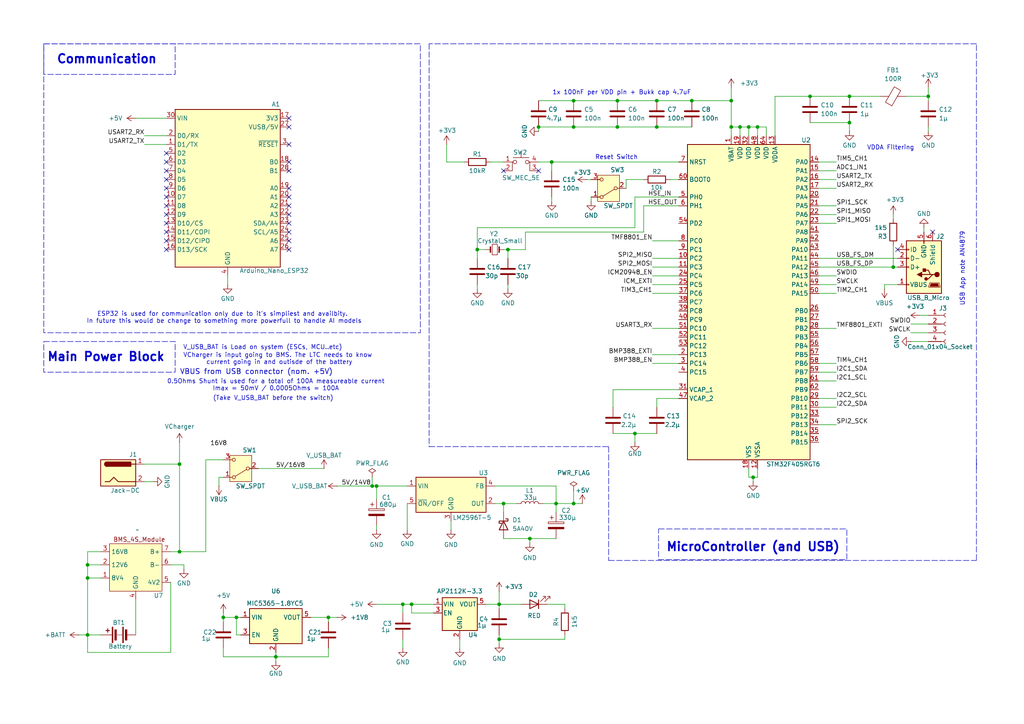
<source format=kicad_sch>
(kicad_sch (version 20250114) (generator "eeschema") (generator_version "9.0")
  (paper "A4")
  (rectangle (start 191.008 153.416) (end 245.618 162.306) (stroke (width 0) (type dash)))
  (rectangle (start 12.7 12.7) (end 50.8 21.59) (stroke (width 0) (type dash)))
  (rectangle (start 12.7 99.06) (end 50.8 107.95) (stroke (width 0) (type dash)))
  (rectangle (start 12.7 12.7) (end 121.92 96.52) (stroke (width 0) (type dash)))
  (text "Communication\n" (at 30.988 17.272 0) (effects (font (size 2.5 2.5) (thickness 0.5) (bold yes))))
  (text "1x 100nF per VDD pin + Bukk cap 4.7uF\n" (at 180.34 26.924 0) (effects (font (size 1.27 1.27) (thickness 0.1588))))
  (text "VCharger is input going to BMS. The LTC needs to know \ncurrent going in and outisde of the battery\n" (at 81.026 104.14 0) (effects (font (size 1.27 1.27))))
  (text "Reset Switch\n" (at 178.816 45.72 0) (effects (font (size 1.27 1.27) (thickness 0.1588))))
  (text "V_USB_BAT is Load on system (ESCs, MCU..etc)" (at 76.2 100.838 0) (effects (font (size 1.27 1.27))))
  (text "0.5Ohms Shunt is used for a total of 100A measureable current\nImax = 50mV / 0.0005Ohms = 100A" (at 80.01 111.76 0) (effects (font (size 1.27 1.27))))
  (text "USB App note AN4879\n" (at 279.146 77.978 90) (effects (font (size 1.27 1.27) (thickness 0.1588))))
  (text "(Take V_USB_BAT before the switch)" (at 79.248 115.57 0) (effects (font (size 1.27 1.27))))
  (text "VBUS from USB connector (nom. +5V) " (at 74.93 107.95 0) (effects (font (size 1.5 1.5) (thickness 0.1875))))
  (text "Main Power Block" (at 30.734 103.632 0) (effects (font (size 2.5 2.5) (thickness 0.5) (bold yes))))
  (text "ESP32 is used for communication only due to it's simpliest and availbity. \nIn future this would be change to something more powerfull to handle AI models" (at 65.024 92.202 0) (effects (font (size 1.27 1.27))))
  (text "VDDA Filtering\n" (at 258.318 42.926 0) (effects (font (size 1.27 1.27) (thickness 0.1588))))
  (text "MicroController (and USB)\n" (at 218.44 158.75 0) (effects (font (size 2.5 2.5) (thickness 0.5) (bold yes))))
  (junction (at 25.4 167.64))
  (junction (at 190.5 29.21))
  (junction (at 179.07 29.21))
  (junction (at 200.66 29.21))
  (junction (at 138.43 72.39))
  (junction (at 119.38 175.26))
  (junction (at 146.05 146.05))
  (junction (at 95.25 179.07))
  (junction (at 156.21 36.83))
  (junction (at 144.78 175.26))
  (junction (at 269.24 27.94))
  (junction (at 144.78 185.42))
  (junction (at 160.02 46.99))
  (junction (at 166.37 36.83))
  (junction (at 68.58 179.07))
  (junction (at 179.07 36.83))
  (junction (at 214.63 36.83))
  (junction (at 161.29 146.05))
  (junction (at 246.38 27.94))
  (junction (at 219.71 36.83))
  (junction (at 212.09 36.83))
  (junction (at 147.32 72.39))
  (junction (at 116.84 175.26))
  (junction (at 184.15 125.73))
  (junction (at 109.22 140.97))
  (junction (at 190.5 36.83))
  (junction (at 25.4 184.15))
  (junction (at 234.95 27.94))
  (junction (at 246.38 35.56))
  (junction (at 259.08 77.47))
  (junction (at 212.09 29.21))
  (junction (at 107.95 140.97))
  (junction (at 52.07 134.62))
  (junction (at 153.67 156.21))
  (junction (at 25.4 163.83))
  (junction (at 80.01 190.5))
  (junction (at 217.17 36.83))
  (junction (at 64.77 179.07))
  (junction (at 166.37 29.21))
  (junction (at 166.37 146.05))
  (junction (at 218.44 138.43))
  (junction (at 52.07 160.02))
  (no_connect (at 83.82 41.91))
  (no_connect (at 48.26 46.99))
  (no_connect (at 48.26 59.69))
  (no_connect (at 48.26 62.23))
  (no_connect (at 83.82 54.61))
  (no_connect (at 48.26 54.61))
  (no_connect (at 48.26 72.39))
  (no_connect (at 83.82 64.77))
  (no_connect (at 83.82 67.31))
  (no_connect (at 83.82 49.53))
  (no_connect (at 48.26 64.77))
  (no_connect (at 48.26 69.85))
  (no_connect (at 270.51 67.31))
  (no_connect (at 48.26 57.15))
  (no_connect (at 83.82 46.99))
  (no_connect (at 156.21 49.53))
  (no_connect (at 48.26 67.31))
  (no_connect (at 83.82 72.39))
  (no_connect (at 48.26 49.53))
  (no_connect (at 48.26 52.07))
  (no_connect (at 83.82 59.69))
  (no_connect (at 83.82 62.23))
  (no_connect (at 83.82 36.83))
  (no_connect (at 48.26 44.45))
  (no_connect (at 83.82 34.29))
  (no_connect (at 83.82 57.15))
  (no_connect (at 83.82 69.85))
  (no_connect (at 260.35 72.39))
  (no_connect (at 146.05 49.53))
  (wire (pts (xy 119.38 175.26) (xy 125.73 175.26)))
  (wire (pts (xy 186.69 59.69) (xy 196.85 59.69)))
  (wire (pts (xy 25.4 163.83) (xy 25.4 160.02)))
  (wire (pts (xy 95.25 179.07) (xy 95.25 180.34)))
  (wire (pts (xy 189.23 77.47) (xy 196.85 77.47)))
  (wire (pts (xy 64.77 180.34) (xy 64.77 179.07)))
  (wire (pts (xy 138.43 72.39) (xy 140.97 72.39)))
  (wire (pts (xy 237.49 59.69) (xy 242.57 59.69)))
  (wire (pts (xy 179.07 29.21) (xy 190.5 29.21)))
  (wire (pts (xy 107.95 138.43) (xy 107.95 140.97)))
  (wire (pts (xy 80.01 190.5) (xy 95.25 190.5)))
  (wire (pts (xy 130.81 151.13) (xy 130.81 153.67)))
  (wire (pts (xy 181.61 52.07) (xy 186.69 52.07)))
  (wire (pts (xy 109.22 152.4) (xy 109.22 153.67)))
  (polyline (pts (xy 124.46 129.54) (xy 176.53 129.54)) (stroke (width 0) (type dash)))
  (wire (pts (xy 64.77 177.8) (xy 64.77 179.07)))
  (wire (pts (xy 160.02 57.15) (xy 160.02 58.42)))
  (polyline (pts (xy 176.53 162.56) (xy 283.21 162.56)) (stroke (width 0) (type dash)))
  (wire (pts (xy 29.21 184.15) (xy 25.4 184.15)))
  (wire (pts (xy 190.5 29.21) (xy 200.66 29.21)))
  (wire (pts (xy 219.71 39.37) (xy 219.71 36.83)))
  (wire (pts (xy 237.49 123.19) (xy 242.57 123.19)))
  (wire (pts (xy 196.85 113.03) (xy 177.8 113.03)))
  (wire (pts (xy 237.49 105.41) (xy 242.57 105.41)))
  (wire (pts (xy 256.54 82.55) (xy 260.35 82.55)))
  (wire (pts (xy 189.23 82.55) (xy 196.85 82.55)))
  (wire (pts (xy 259.08 62.23) (xy 259.08 63.5)))
  (wire (pts (xy 97.79 179.07) (xy 95.25 179.07)))
  (wire (pts (xy 269.24 25.4) (xy 269.24 27.94)))
  (wire (pts (xy 161.29 146.05) (xy 166.37 146.05)))
  (wire (pts (xy 41.91 139.7) (xy 44.45 139.7)))
  (wire (pts (xy 129.54 46.99) (xy 134.62 46.99)))
  (wire (pts (xy 163.83 185.42) (xy 144.78 185.42)))
  (wire (pts (xy 186.69 67.31) (xy 152.4 67.31)))
  (wire (pts (xy 64.77 138.43) (xy 63.5 138.43)))
  (wire (pts (xy 189.23 105.41) (xy 196.85 105.41)))
  (wire (pts (xy 189.23 80.01) (xy 196.85 80.01)))
  (wire (pts (xy 59.69 160.02) (xy 59.69 133.35)))
  (wire (pts (xy 184.15 66.04) (xy 138.43 66.04)))
  (wire (pts (xy 217.17 36.83) (xy 214.63 36.83)))
  (wire (pts (xy 68.58 179.07) (xy 68.58 184.15)))
  (wire (pts (xy 170.18 52.07) (xy 171.45 52.07)))
  (wire (pts (xy 267.97 66.04) (xy 267.97 67.31)))
  (wire (pts (xy 95.25 187.96) (xy 95.25 190.5)))
  (wire (pts (xy 158.75 175.26) (xy 163.83 175.26)))
  (wire (pts (xy 29.21 163.83) (xy 25.4 163.83)))
  (wire (pts (xy 181.61 54.61) (xy 181.61 52.07)))
  (wire (pts (xy 237.49 118.11) (xy 242.57 118.11)))
  (wire (pts (xy 68.58 184.15) (xy 69.85 184.15)))
  (wire (pts (xy 66.04 80.01) (xy 66.04 82.55)))
  (wire (pts (xy 266.7 91.44) (xy 269.24 91.44)))
  (wire (pts (xy 146.05 146.05) (xy 149.86 146.05)))
  (wire (pts (xy 118.11 146.05) (xy 118.11 153.67)))
  (wire (pts (xy 144.78 175.26) (xy 151.13 175.26)))
  (wire (pts (xy 80.01 190.5) (xy 64.77 190.5)))
  (wire (pts (xy 119.38 177.8) (xy 119.38 175.26)))
  (wire (pts (xy 184.15 57.15) (xy 196.85 57.15)))
  (wire (pts (xy 219.71 36.83) (xy 222.25 36.83)))
  (wire (pts (xy 179.07 36.83) (xy 190.5 36.83)))
  (wire (pts (xy 140.97 175.26) (xy 144.78 175.26)))
  (polyline (pts (xy 283.21 135.89) (xy 283.21 12.7)) (stroke (width 0) (type dash)))
  (wire (pts (xy 212.09 39.37) (xy 212.09 36.83)))
  (wire (pts (xy 237.49 77.47) (xy 259.08 77.47)))
  (wire (pts (xy 237.49 46.99) (xy 242.57 46.99)))
  (wire (pts (xy 237.49 107.95) (xy 242.57 107.95)))
  (wire (pts (xy 161.29 148.59) (xy 161.29 146.05)))
  (wire (pts (xy 138.43 72.39) (xy 138.43 74.93)))
  (wire (pts (xy 143.51 146.05) (xy 146.05 146.05)))
  (wire (pts (xy 246.38 27.94) (xy 255.27 27.94)))
  (wire (pts (xy 144.78 185.42) (xy 144.78 186.69)))
  (wire (pts (xy 25.4 163.83) (xy 25.4 167.64)))
  (wire (pts (xy 177.8 125.73) (xy 184.15 125.73)))
  (wire (pts (xy 234.95 27.94) (xy 246.38 27.94)))
  (wire (pts (xy 157.48 146.05) (xy 161.29 146.05)))
  (wire (pts (xy 153.67 156.21) (xy 161.29 156.21)))
  (polyline (pts (xy 176.53 129.54) (xy 176.53 162.56)) (stroke (width 0) (type dash)))
  (wire (pts (xy 125.73 177.8) (xy 119.38 177.8)))
  (wire (pts (xy 171.45 57.15) (xy 171.45 58.42)))
  (wire (pts (xy 237.49 74.93) (xy 260.35 74.93)))
  (wire (pts (xy 39.37 34.29) (xy 48.26 34.29)))
  (wire (pts (xy 237.49 110.49) (xy 242.57 110.49)))
  (wire (pts (xy 74.93 135.89) (xy 93.98 135.89)))
  (wire (pts (xy 237.49 95.25) (xy 242.57 95.25)))
  (polyline (pts (xy 283.21 12.7) (xy 124.46 12.7)) (stroke (width 0) (type dash)))
  (wire (pts (xy 142.24 46.99) (xy 146.05 46.99)))
  (wire (pts (xy 116.84 175.26) (xy 119.38 175.26)))
  (wire (pts (xy 59.69 133.35) (xy 64.77 133.35)))
  (wire (pts (xy 107.95 140.97) (xy 109.22 140.97)))
  (wire (pts (xy 214.63 36.83) (xy 214.63 39.37)))
  (wire (pts (xy 138.43 66.04) (xy 138.43 72.39)))
  (wire (pts (xy 234.95 35.56) (xy 246.38 35.56)))
  (wire (pts (xy 212.09 25.4) (xy 212.09 29.21)))
  (wire (pts (xy 116.84 187.96) (xy 116.84 185.42)))
  (wire (pts (xy 64.77 190.5) (xy 64.77 187.96)))
  (wire (pts (xy 196.85 115.57) (xy 190.5 115.57)))
  (wire (pts (xy 116.84 175.26) (xy 116.84 177.8)))
  (wire (pts (xy 146.05 146.05) (xy 146.05 148.59)))
  (wire (pts (xy 52.07 128.27) (xy 52.07 134.62)))
  (wire (pts (xy 163.83 184.15) (xy 163.83 185.42)))
  (wire (pts (xy 189.23 102.87) (xy 196.85 102.87)))
  (wire (pts (xy 189.23 85.09) (xy 196.85 85.09)))
  (wire (pts (xy 190.5 115.57) (xy 190.5 118.11)))
  (wire (pts (xy 217.17 39.37) (xy 217.17 36.83)))
  (wire (pts (xy 194.31 52.07) (xy 196.85 52.07)))
  (wire (pts (xy 218.44 138.43) (xy 218.44 139.7)))
  (wire (pts (xy 129.54 41.91) (xy 129.54 46.99)))
  (wire (pts (xy 224.79 27.94) (xy 224.79 39.37)))
  (wire (pts (xy 264.16 93.98) (xy 269.24 93.98)))
  (wire (pts (xy 156.21 29.21) (xy 166.37 29.21)))
  (wire (pts (xy 189.23 69.85) (xy 196.85 69.85)))
  (wire (pts (xy 166.37 142.24) (xy 166.37 146.05)))
  (wire (pts (xy 189.23 95.25) (xy 196.85 95.25)))
  (wire (pts (xy 80.01 190.5) (xy 80.01 191.77)))
  (wire (pts (xy 133.35 185.42) (xy 133.35 187.96)))
  (wire (pts (xy 160.02 46.99) (xy 156.21 46.99)))
  (wire (pts (xy 152.4 72.39) (xy 147.32 72.39)))
  (wire (pts (xy 259.08 71.12) (xy 259.08 77.47)))
  (wire (pts (xy 25.4 167.64) (xy 25.4 184.15)))
  (wire (pts (xy 264.16 96.52) (xy 269.24 96.52)))
  (wire (pts (xy 161.29 146.05) (xy 161.29 140.97)))
  (wire (pts (xy 269.24 27.94) (xy 262.89 27.94)))
  (wire (pts (xy 25.4 167.64) (xy 29.21 167.64)))
  (wire (pts (xy 166.37 36.83) (xy 179.07 36.83)))
  (wire (pts (xy 177.8 113.03) (xy 177.8 118.11)))
  (wire (pts (xy 144.78 171.45) (xy 144.78 175.26)))
  (wire (pts (xy 52.07 160.02) (xy 49.53 160.02)))
  (wire (pts (xy 156.21 36.83) (xy 166.37 36.83)))
  (wire (pts (xy 237.49 64.77) (xy 242.57 64.77)))
  (wire (pts (xy 97.79 140.97) (xy 107.95 140.97)))
  (wire (pts (xy 53.34 163.83) (xy 49.53 163.83)))
  (wire (pts (xy 22.86 184.15) (xy 25.4 184.15)))
  (wire (pts (xy 147.32 72.39) (xy 146.05 72.39)))
  (wire (pts (xy 269.24 36.83) (xy 269.24 38.1)))
  (wire (pts (xy 68.58 179.07) (xy 69.85 179.07)))
  (wire (pts (xy 160.02 46.99) (xy 160.02 49.53)))
  (wire (pts (xy 146.05 156.21) (xy 153.67 156.21)))
  (wire (pts (xy 212.09 29.21) (xy 212.09 36.83)))
  (wire (pts (xy 219.71 135.89) (xy 219.71 138.43)))
  (wire (pts (xy 109.22 140.97) (xy 109.22 144.78)))
  (wire (pts (xy 52.07 134.62) (xy 41.91 134.62)))
  (wire (pts (xy 25.4 160.02) (xy 29.21 160.02)))
  (wire (pts (xy 160.02 46.99) (xy 196.85 46.99)))
  (wire (pts (xy 264.16 99.06) (xy 269.24 99.06)))
  (wire (pts (xy 39.37 173.99) (xy 39.37 184.15)))
  (wire (pts (xy 52.07 160.02) (xy 52.07 134.62)))
  (wire (pts (xy 52.07 160.02) (xy 59.69 160.02)))
  (wire (pts (xy 237.49 52.07) (xy 242.57 52.07)))
  (wire (pts (xy 64.77 179.07) (xy 68.58 179.07)))
  (wire (pts (xy 224.79 27.94) (xy 234.95 27.94)))
  (wire (pts (xy 237.49 85.09) (xy 242.57 85.09)))
  (wire (pts (xy 53.34 165.1) (xy 53.34 163.83)))
  (wire (pts (xy 41.91 41.91) (xy 48.26 41.91)))
  (wire (pts (xy 144.78 184.15) (xy 144.78 185.42)))
  (wire (pts (xy 218.44 138.43) (xy 217.17 138.43)))
  (wire (pts (xy 237.49 49.53) (xy 242.57 49.53)))
  (wire (pts (xy 237.49 80.01) (xy 242.57 80.01)))
  (polyline (pts (xy 124.46 12.7) (xy 124.46 129.54)) (stroke (width 0) (type dash)))
  (wire (pts (xy 217.17 138.43) (xy 217.17 135.89)))
  (wire (pts (xy 166.37 146.05) (xy 168.91 146.05)))
  (wire (pts (xy 212.09 29.21) (xy 200.66 29.21)))
  (wire (pts (xy 219.71 138.43) (xy 218.44 138.43)))
  (wire (pts (xy 80.01 189.23) (xy 80.01 190.5)))
  (wire (pts (xy 163.83 175.26) (xy 163.83 176.53)))
  (wire (pts (xy 256.54 83.82) (xy 256.54 82.55)))
  (wire (pts (xy 259.08 77.47) (xy 260.35 77.47)))
  (wire (pts (xy 152.4 67.31) (xy 152.4 72.39)))
  (wire (pts (xy 246.38 35.56) (xy 246.38 38.1)))
  (wire (pts (xy 242.57 54.61) (xy 237.49 54.61)))
  (wire (pts (xy 237.49 62.23) (xy 242.57 62.23)))
  (wire (pts (xy 109.22 140.97) (xy 118.11 140.97)))
  (wire (pts (xy 147.32 72.39) (xy 147.32 74.93)))
  (wire (pts (xy 186.69 59.69) (xy 186.69 67.31)))
  (polyline (pts (xy 283.21 133.35) (xy 283.21 162.56)) (stroke (width 0) (type dash)))
  (wire (pts (xy 63.5 138.43) (xy 63.5 140.97)))
  (wire (pts (xy 166.37 29.21) (xy 179.07 29.21)))
  (wire (pts (xy 41.91 39.37) (xy 48.26 39.37)))
  (wire (pts (xy 153.67 156.21) (xy 153.67 157.48)))
  (wire (pts (xy 219.71 36.83) (xy 217.17 36.83)))
  (wire (pts (xy 138.43 82.55) (xy 138.43 83.82)))
  (wire (pts (xy 49.53 168.91) (xy 49.53 189.23)))
  (wire (pts (xy 184.15 57.15) (xy 184.15 66.04)))
  (wire (pts (xy 269.24 29.21) (xy 269.24 27.94)))
  (wire (pts (xy 214.63 36.83) (xy 212.09 36.83)))
  (wire (pts (xy 25.4 189.23) (xy 49.53 189.23)))
  (wire (pts (xy 184.15 125.73) (xy 190.5 125.73)))
  (wire (pts (xy 190.5 36.83) (xy 200.66 36.83)))
  (wire (pts (xy 189.23 74.93) (xy 196.85 74.93)))
  (wire (pts (xy 184.15 125.73) (xy 184.15 128.27)))
  (wire (pts (xy 25.4 184.15) (xy 25.4 189.23)))
  (wire (pts (xy 161.29 140.97) (xy 143.51 140.97)))
  (wire (pts (xy 156.21 36.83) (xy 156.21 38.1)))
  (wire (pts (xy 109.22 175.26) (xy 116.84 175.26)))
  (wire (pts (xy 147.32 82.55) (xy 147.32 83.82)))
  (wire (pts (xy 90.17 179.07) (xy 95.25 179.07)))
  (wire (pts (xy 237.49 115.57) (xy 242.57 115.57)))
  (wire (pts (xy 144.78 175.26) (xy 144.78 176.53)))
  (wire (pts (xy 222.25 39.37) (xy 222.25 36.83)))
  (wire (pts (xy 237.49 82.55) (xy 242.57 82.55)))
  (label "BMP388_EXTI" (at 189.23 102.87 180))
  (label "ADC1_IN1" (at 242.57 49.53 0))
  (label "USB_FS_DP" (at 242.57 77.47 0))
  (label "USART2_TX" (at 242.57 52.07 0))
  (label "ICM20948_EN" (at 189.23 80.01 180) (effects (font (thickness 0.1588))))
  (label "SPI2_SCK" (at 242.57 123.19 0))
  (label "SWDIO" (at 242.57 80.01 0))
  (label "ICM_EXTI" (at 189.23 82.55 180) (effects (font (thickness 0.1588))))
  (label "HSE_OUT" (at 187.96 59.69 0))
  (label "I2C1_SCL" (at 242.57 110.49 0))
  (label "USART3_RX" (at 189.23 95.25 180))
  (label "USB_FS_DM" (at 242.57 74.93 0))
  (label "BMP388_EN" (at 189.23 105.41 180))
  (label "SWCLK" (at 242.57 82.55 0))
  (label "USART2_TX" (at 41.91 41.91 180))
  (label "TIM2_CH1" (at 242.57 85.09 0))
  (label "5V{slash}16V8" (at 80.01 135.89 0))
  (label "SWDIO" (at 264.16 93.98 180))
  (label "USART2_RX" (at 41.91 39.37 180))
  (label "16V8" (at 60.96 129.54 0))
  (label "SPI1_MISO" (at 242.57 62.23 0) (effects (font (thickness 0.1588))))
  (label "TMF8801_EN" (at 189.23 69.85 180))
  (label "SPI1_MOSI" (at 242.57 64.77 0) (effects (font (thickness 0.1588))))
  (label "TIM5_CH1" (at 242.57 46.99 0))
  (label "SPI2_MISO" (at 189.23 74.93 180))
  (label "SWCLK" (at 264.16 96.52 180))
  (label "TIM3_CH1" (at 189.23 85.09 180))
  (label "SPI1_SCK" (at 242.57 59.69 0) (effects (font (thickness 0.1588))))
  (label "TMF8801_EXTI" (at 242.57 95.25 0))
  (label "I2C2_SDA" (at 242.57 118.11 0))
  (label "HSE_IN" (at 187.96 57.15 0))
  (label "TIM4_CH1" (at 242.57 105.41 0))
  (label "5V{slash}14V8" (at 99.06 140.97 0))
  (label "SPI2_MOSI" (at 189.23 77.47 180))
  (label "I2C1_SDA" (at 242.57 107.95 0))
  (label "USART2_RX" (at 242.57 54.61 0))
  (label "I2C2_SCL" (at 242.57 115.57 0))
  (symbol (lib_id "Device:D_Schottky") (at 146.05 152.4 270) (unit 1)
    (property "Reference" "D1" (at 148.59 150.8124 90) (effects (justify left)))
    (property "Value" "5A40V" (at 148.59 153.3524 90) (effects (justify left)))
    (property "Description" "Schottky diode" (effects (hide yes)))
  )
  (symbol (lib_id "Regulator_Linear:MIC5365-1.8YC5") (at 80.01 181.61 0) (unit 1)
    (property "Reference" "U6" (at 80.01 171.45 0))
    (property "Value" "MIC5365-1.8YC5" (at 79.756 175.006 0))
    (property "Footprint" "Package_TO_SOT_SMD:SOT-353_SC-70-5" (effects (hide yes)))
    (property "Datasheet" "https://ww1.microchip.com/downloads/aemDocuments/documents/APID/ProductDocuments/DataSheets/MIC5365-6-High-Performance-Single-150mA-LDO-DS20006605A.pdf" (effects (hide yes)))
    (property "Description" "150mA Low-dropout Voltage Regulator, Vout 1.8V, Vin up to 5.5V, SC-70-5" (effects (hide yes)))
  )
  (symbol (lib_id "power:GND") (at 53.34 165.1 0) (unit 1)
    (property "Reference" "#PWR020" (effects (hide yes)))
    (property "Value" "GND" (at 53.34 169.164 0))
    (property "Description" "Power symbol creates a global label with name \"GND\" , ground" (effects (hide yes)))
  )
  (symbol (lib_id "power:+BATT") (at 22.86 184.15 90) (unit 1)
    (property "Reference" "#PWR033" (effects (hide yes)))
    (property "Value" "+BATT" (at 19.05 184.1499 90) (effects (justify left)))
    (property "Description" "Power symbol creates a global label with name \"+BATT\"" (effects (hide yes)))
  )
  (symbol (lib_id "power:GND") (at 109.22 153.67 0) (unit 1)
    (property "Reference" "#PWR02" (effects (hide yes)))
    (property "Value" "GND" (at 109.22 157.988 0))
    (property "Description" "Power symbol creates a global label with name \"GND\" , ground" (effects (hide yes)))
  )
  (symbol (lib_id "Device:R") (at 163.83 180.34 180) (unit 1)
    (property "Reference" "R4" (at 161.29 180.34 90))
    (property "Value" "1k5" (at 166.624 180.34 90))
    (property "Description" "Resistor" (effects (hide yes)))
  )
  (symbol (lib_id "Switch:SW_MEC_5E") (at 151.13 49.53 0) (unit 1)
    (property "Reference" "SW2" (at 150.876 44.196 0))
    (property "Value" "SW_MEC_5E" (at 151.13 51.562 0))
    (property "Datasheet" "http://www.apem.com/int/index.php?controller=attachment&id_attachment=1371" (effects (hide yes)))
    (property "Description" "MEC 5E single pole normally-open tactile switch" (effects (hide yes)))
  )
  (symbol (lib_id "power:LINE") (at 97.79 140.97 90) (unit 1)
    (property "Reference" "#PWR021" (effects (hide yes)))
    (property "Value" "V_USB_BAT" (at 94.996 140.97 90) (effects (justify left)))
    (property "Description" "Power symbol creates a global label with name \"LINE\"" (effects (hide yes)))
  )
  (symbol (lib_id "power:+3.3V") (at 129.54 41.91 0) (unit 1)
    (property "Reference" "#PWR024" (effects (hide yes)))
    (property "Value" "+3V3" (at 127 37.846 0) (effects (justify left)))
    (property "Description" "Power symbol creates a global label with name \"+3.3V\"" (effects (hide yes)))
  )
  (symbol (lib_id "Device:C") (at 177.8 121.92 0) (unit 1)
    (property "Reference" "C14" (at 180.594 120.65 0) (effects (justify left)))
    (property "Value" "2.2µ" (at 180.086 123.19 0) (effects (justify left)))
    (property "Description" "CL21B225KAFNNNE" (effects (hide yes)))
  )
  (symbol (lib_id "power:GND") (at 153.67 157.48 0) (unit 1)
    (property "Reference" "#PWR04" (effects (hide yes)))
    (property "Value" "GND" (at 153.67 161.798 0))
    (property "Description" "Power symbol creates a global label with name \"GND\" , ground" (effects (hide yes)))
  )
  (symbol (lib_id "Device:C") (at 144.78 180.34 0) (unit 1)
    (property "Reference" "C4" (at 138.938 179.578 0) (effects (justify left)))
    (property "Value" "1µ" (at 138.43 181.356 0) (effects (justify left)))
    (property "Description" "CL10B105KA8NNNC" (effects (hide yes)))
  )
  (symbol (lib_id "power:GND") (at 144.78 186.69 0) (unit 1)
    (property "Reference" "#PWR07" (effects (hide yes)))
    (property "Value" "GND" (at 144.78 191.008 0))
    (property "Description" "Power symbol creates a global label with name \"GND\" , ground" (effects (hide yes)))
  )
  (symbol (lib_id "Device:C") (at 160.02 53.34 0) (unit 1)
    (property "Reference" "C15" (at 163.068 52.07 0) (effects (justify left)))
    (property "Value" "100n" (at 163.068 54.61 0) (effects (justify left)))
    (property "Description" "CL21B104KBCNNNC" (effects (hide yes)))
  )
  (symbol (lib_id "power:GND") (at 160.02 58.42 0) (unit 1)
    (property "Reference" "#PWR014" (effects (hide yes)))
    (property "Value" "GND" (at 160.02 62.484 0))
    (property "Description" "Power symbol creates a global label with name \"GND\" , ground" (effects (hide yes)))
  )
  (symbol (lib_id "Device:C") (at 64.77 184.15 0) (unit 1)
    (property "Reference" "C22" (at 58.928 183.388 0) (effects (justify left)))
    (property "Value" "1µ" (at 58.42 185.166 0) (effects (justify left)))
    (property "Description" "CL10B105KA8NNNC" (effects (hide yes)))
  )
  (symbol (lib_id "power:+3.3V") (at 266.7 91.44 90) (unit 1)
    (property "Reference" "#PWR031" (effects (hide yes)))
    (property "Value" "+3V3" (at 265.43 88.9 90))
    (property "Description" "Power symbol creates a global label with name \"+3.3V\"" (effects (hide yes)))
  )
  (symbol (lib_id "power:+3.3V") (at 269.24 25.4 0) (unit 1)
    (property "Reference" "#PWR026" (effects (hide yes)))
    (property "Value" "+3V3" (at 266.954 21.844 0) (effects (justify left)))
    (property "Description" "Power symbol creates a global label with name \"+3.3V\"" (effects (hide yes)))
  )
  (symbol (lib_id "shopie-hwLibrary:BMS_4S_Module") (at 39.37 163.83 0) (unit 1)
    (property "Reference" "U7" (at 45.974 172.72 0))
    (property "Value" "~" (at 39.8579 153.67 0))
    (property "Footprint" "ShopieLibrary:BMS_4S_40A" (effects (hide yes)))
  )
  (symbol (lib_id "power:GND") (at 147.32 83.82 0) (unit 1)
    (property "Reference" "#PWR018" (effects (hide yes)))
    (property "Value" "GND" (at 147.32 87.884 0))
    (property "Description" "Power symbol creates a global label with name \"GND\" , ground" (effects (hide yes)))
  )
  (symbol (lib_id "power:VCC") (at 52.07 128.27 0) (unit 1)
    (property "Reference" "#PWR038" (effects (hide yes)))
    (property "Value" "VCharger" (at 52.07 123.698 0))
    (property "Description" "Power symbol creates a global label with name \"VCC\"" (effects (hide yes)))
  )
  (symbol (lib_id "power:GND") (at 133.35 187.96 0) (unit 1)
    (property "Reference" "#PWR06" (effects (hide yes)))
    (property "Value" "GND" (at 133.35 192.278 0))
    (property "Description" "Power symbol creates a global label with name \"GND\" , ground" (effects (hide yes)))
  )
  (symbol (lib_id "Device:C") (at 116.84 181.61 0) (unit 1)
    (property "Reference" "C3" (at 110.998 180.848 0) (effects (justify left)))
    (property "Value" "1µ" (at 110.49 182.626 0) (effects (justify left)))
    (property "Description" "CL10B105KA8NNNC" (effects (hide yes)))
  )
  (symbol (lib_id "power:+12V") (at 93.98 135.89 0) (unit 1)
    (property "Reference" "#PWR036" (effects (hide yes)))
    (property "Value" "V_USB_BAT" (at 93.98 132.08 0))
    (property "Description" "Power symbol creates a global label with name \"+12V\"" (effects (hide yes)))
  )
  (symbol (lib_id "power:+3.3V") (at 259.08 62.23 0) (unit 1)
    (property "Reference" "#PWR030" (effects (hide yes)))
    (property "Value" "+3V3" (at 259.588 57.912 0))
    (property "Description" "Power symbol creates a global label with name \"+3.3V\"" (effects (hide yes)))
  )
  (symbol (lib_id "power:GND") (at 138.43 83.82 0) (unit 1)
    (property "Reference" "#PWR017" (effects (hide yes)))
    (property "Value" "GND" (at 138.43 87.884 0))
    (property "Description" "Power symbol creates a global label with name \"GND\" , ground" (effects (hide yes)))
  )
  (symbol (lib_id "Device:FerriteBead") (at 259.08 27.94 90) (unit 1)
    (property "Reference" "FB1" (at 259.0292 20.32 90))
    (property "Value" "100R" (at 259.0292 22.86 90))
    (property "Description" "BPH853025R5-101T" (effects (hide yes)))
  )
  (symbol (lib_id "power:GND") (at 116.84 187.96 0) (unit 1)
    (property "Reference" "#PWR05" (effects (hide yes)))
    (property "Value" "GND" (at 116.84 192.024 0))
    (property "Description" "Power symbol creates a global label with name \"GND\" , ground" (effects (hide yes)))
  )
  (symbol (lib_id "Device:C") (at 166.37 33.02 0) (unit 1)
    (property "Reference" "C5" (at 169.418 31.75 0) (effects (justify left)))
    (property "Value" "100n" (at 169.418 34.29 0) (effects (justify left)))
    (property "Description" "CL21B104KBCNNNC" (effects (hide yes)))
  )
  (symbol (lib_id "Device:C") (at 156.21 33.02 0) (unit 1)
    (property "Reference" "C9" (at 159.004 31.75 0) (effects (justify left)))
    (property "Value" "4.7µ" (at 158.496 34.29 0) (effects (justify left)))
    (property "Description" "CL31B475KBHNNNE" (effects (hide yes)))
  )
  (symbol (lib_id "power:GND") (at 66.04 82.55 0) (unit 1)
    (property "Reference" "#PWR052" (effects (hide yes)))
    (property "Value" "GND" (at 66.04 86.614 0))
    (property "Description" "Power symbol creates a global label with name \"GND\" , ground" (effects (hide yes)))
  )
  (symbol (lib_id "power:GND") (at 218.44 139.7 0) (unit 1)
    (property "Reference" "#PWR012" (effects (hide yes)))
    (property "Value" "GND" (at 218.44 143.764 0))
    (property "Description" "Power symbol creates a global label with name \"GND\" , ground" (effects (hide yes)))
  )
  (symbol (lib_id "MCU_Module:Arduino_Nano_ESP32") (at 66.04 54.61 0) (unit 1)
    (property "Reference" "A1" (at 80.01 30.226 0))
    (property "Value" "Arduino_Nano_ESP32" (at 79.502 78.486 0))
    (property "Footprint" "Module:Arduino_Nano" (effects (hide yes)))
    (property "Datasheet" "https://docs.arduino.cc/resources/datasheets/ABX00083-datasheet.pdf" (effects (hide yes)))
    (property "Description" "Arduino Nano board based on the ESP32-S3 with a dual-core 240 MHz processor, 384 kB ROM, 512 kB SRAM. Operates at 3.3V, with 5V USB-C® input and 6-21V VIN. Features Wi-Fi®, Bluetooth® LE, digital and analog pins, and supports SPI, I2C, UART, I2S, and CAN." (effects (hide yes)))
  )
  (symbol (lib_id "power:GND") (at 269.24 38.1 0) (unit 1)
    (property "Reference" "#PWR011" (effects (hide yes)))
    (property "Value" "GND" (at 269.24 42.164 0))
    (property "Description" "Power symbol creates a global label with name \"GND\" , ground" (effects (hide yes)))
  )
  (symbol (lib_id "Device:C") (at 179.07 33.02 0) (unit 1)
    (property "Reference" "C6" (at 182.118 31.75 0) (effects (justify left)))
    (property "Value" "100n" (at 182.118 34.29 0) (effects (justify left)))
    (property "Description" "CL21B104KBCNNNC" (effects (hide yes)))
  )
  (symbol (lib_id "Device:C_Polarized") (at 161.29 152.4 0) (unit 1)
    (property "Reference" "C2" (at 162.814 148.082 0) (effects (justify left)))
    (property "Value" "330µ" (at 162.052 150.114 0) (effects (justify left)))
    (property "Description" "EEUFS1V331L" (effects (hide yes)))
  )
  (symbol (lib_id "Device:C") (at 95.25 184.15 0) (unit 1)
    (property "Reference" "C21" (at 89.408 183.388 0) (effects (justify left)))
    (property "Value" "1µ" (at 88.9 185.166 0) (effects (justify left)))
    (property "Description" "CL10B105KA8NNNC" (effects (hide yes)))
  )
  (symbol (lib_id "power:+5V") (at 109.22 175.26 90) (unit 1)
    (property "Reference" "#PWR028" (effects (hide yes)))
    (property "Value" "+5V" (at 105.41 175.2599 90) (effects (justify left)))
    (property "Description" "Power symbol creates a global label with name \"+5V\"" (effects (hide yes)))
  )
  (symbol (lib_id "power:VBUS") (at 256.54 83.82 180) (unit 1)
    (property "Reference" "#PWR023" (effects (hide yes)))
    (property "Value" "VBUS" (at 256.54 87.884 0))
    (property "Description" "Power symbol creates a global label with name \"VBUS\"" (effects (hide yes)))
  )
  (symbol (lib_id "Regulator_Linear:AP2112K-3.3") (at 133.35 177.8 0) (unit 1)
    (property "Reference" "U4" (at 137.16 184.15 0))
    (property "Value" "AP2112K-3.3" (at 133.35 171.45 0))
    (property "Footprint" "Package_TO_SOT_SMD:SOT-23-5" (effects (hide yes)))
    (property "Datasheet" "https://www.diodes.com/assets/Datasheets/AP2112.pdf" (effects (hide yes)))
    (property "Description" "600mA low dropout linear regulator, with enable pin, 3.8V-6V input voltage range, 3.3V fixed positive output, SOT-23-5" (effects (hide yes)))
  )
  (symbol (lib_id "power:GND") (at 246.38 38.1 0) (unit 1)
    (property "Reference" "#PWR010" (effects (hide yes)))
    (property "Value" "GND" (at 246.38 42.164 0))
    (property "Description" "Power symbol creates a global label with name \"GND\" , ground" (effects (hide yes)))
  )
  (symbol (lib_id "Device:C") (at 234.95 31.75 0) (unit 1)
    (property "Reference" "C10" (at 237.998 30.48 0) (effects (justify left)))
    (property "Value" "100n" (at 237.998 33.02 0) (effects (justify left)))
    (property "Description" "CL21B104KBCNNNC" (effects (hide yes)))
  )
  (symbol (lib_id "power:PWR_FLAG") (at 166.37 142.24 0) (unit 1)
    (property "Reference" "#FLG02" (effects (hide yes)))
    (property "Value" "PWR_FLAG" (at 166.37 137.16 0))
    (property "Description" "Special symbol for telling ERC where power comes from" (effects (hide yes)))
  )
  (symbol (lib_id "power:GND") (at 171.45 58.42 0) (unit 1)
    (property "Reference" "#PWR015" (effects (hide yes)))
    (property "Value" "GND" (at 171.45 62.484 0))
    (property "Description" "Power symbol creates a global label with name \"GND\" , ground" (effects (hide yes)))
  )
  (symbol (lib_id "power:GND") (at 156.21 38.1 270) (unit 1)
    (property "Reference" "#PWR09" (effects (hide yes)))
    (property "Value" "GND" (at 152.146 38.1 0))
    (property "Description" "Power symbol creates a global label with name \"GND\" , ground" (effects (hide yes)))
  )
  (symbol (lib_id "power:+12V") (at 168.91 146.05 0) (unit 1)
    (property "Reference" "#PWR027" (effects (hide yes)))
    (property "Value" "+5V" (at 168.91 142.24 0))
    (property "Description" "Power symbol creates a global label with name \"+12V\"" (effects (hide yes)))
  )
  (symbol (lib_id "Device:R") (at 190.5 52.07 90) (unit 1)
    (property "Reference" "R2" (at 190.5 49.784 90))
    (property "Value" "10k" (at 190.5 54.356 90))
    (property "Description" "Resistor" (effects (hide yes)))
  )
  (symbol (lib_id "Device:C") (at 190.5 33.02 0) (unit 1)
    (property "Reference" "C7" (at 193.548 31.75 0) (effects (justify left)))
    (property "Value" "100n" (at 193.548 34.29 0) (effects (justify left)))
    (property "Description" "CL21B104KBCNNNC" (effects (hide yes)))
  )
  (symbol (lib_id "Device:C") (at 246.38 31.75 0) (unit 1)
    (property "Reference" "C11" (at 249.428 30.48 0) (effects (justify left)))
    (property "Value" "1µ" (at 249.428 33.02 0) (effects (justify left)))
    (property "Description" "CL21B105KBFNNNE" (effects (hide yes)))
  )
  (symbol (lib_id "power:+1V8") (at 97.79 179.07 270) (unit 1)
    (property "Reference" "#PWR041" (effects (hide yes)))
    (property "Value" "+1V8" (at 101.6 179.0699 90) (effects (justify left)))
    (property "Description" "Power symbol creates a global label with name \"+1V8\"" (effects (hide yes)))
  )
  (symbol (lib_id "power:+3.3V") (at 144.78 171.45 0) (unit 1)
    (property "Reference" "#PWR029" (effects (hide yes)))
    (property "Value" "+3V3" (at 146.304 170.18 0) (effects (justify left)))
    (property "Description" "Power symbol creates a global label with name \"+3.3V\"" (effects (hide yes)))
  )
  (symbol (lib_id "power:GND") (at 44.45 139.7 90) (unit 1)
    (property "Reference" "#PWR03" (effects (hide yes)))
    (property "Value" "GND" (at 48.514 139.7 0))
    (property "Description" "Power symbol creates a global label with name \"GND\" , ground" (effects (hide yes)))
  )
  (symbol (lib_id "Device:LED") (at 154.94 175.26 180) (unit 1)
    (property "Reference" "D2" (at 154.686 172.466 0))
    (property "Value" "RED" (at 154.94 178.562 0))
    (property "Description" "Light emitting diode" (effects (hide yes)))
    (property "Sim.Pins" "1=K 2=A" (effects (hide yes)))
  )
  (symbol (lib_id "Device:C") (at 190.5 121.92 0) (unit 1)
    (property "Reference" "C13" (at 193.294 120.65 0) (effects (justify left)))
    (property "Value" "2.2µ" (at 192.786 123.19 0) (effects (justify left)))
    (property "Description" "CL21B225KAFNNNE" (effects (hide yes)))
  )
  (symbol (lib_id "power:GND") (at 184.15 128.27 0) (unit 1)
    (property "Reference" "#PWR013" (effects (hide yes)))
    (property "Value" "GND" (at 184.15 131.572 0))
    (property "Description" "Power symbol creates a global label with name \"GND\" , ground" (effects (hide yes)))
  )
  (symbol (lib_id "power:+5V") (at 39.37 34.29 90) (unit 1)
    (property "Reference" "#PWR051" (effects (hide yes)))
    (property "Value" "+5V" (at 35.56 34.2899 90) (effects (justify left)))
    (property "Description" "Power symbol creates a global label with name \"+5V\"" (effects (hide yes)))
  )
  (symbol (lib_id "power:GND") (at 264.16 99.06 270) (unit 1)
    (property "Reference" "#PWR032" (effects (hide yes)))
    (property "Value" "GND" (at 260.096 99.06 0))
    (property "Description" "Power symbol creates a global label with name \"GND\" , ground" (effects (hide yes)))
  )
  (symbol (lib_id "Connector:Jack-DC") (at 34.29 137.16 0) (unit 1)
    (property "Reference" "J1" (at 38.608 131.826 0))
    (property "Value" "Jack-DC" (at 36.322 142.24 0))
    (property "Description" "DC Barrel Jack" (effects (hide yes)))
  )
  (symbol (lib_id "power:GND") (at 130.81 153.67 0) (unit 1)
    (property "Reference" "#PWR01" (effects (hide yes)))
    (property "Value" "GND" (at 130.81 157.988 0))
    (property "Description" "Power symbol creates a global label with name \"GND\" , ground" (effects (hide yes)))
  )
  (symbol (lib_id "Device:R") (at 259.08 67.31 180) (unit 1)
    (property "Reference" "R3" (at 257.302 68.58 0) (effects (justify left)))
    (property "Value" "1k5" (at 257.302 66.04 0) (effects (justify left)))
    (property "Description" "Resistor" (effects (hide yes)))
  )
  (symbol (lib_id "Device:C") (at 200.66 33.02 0) (unit 1)
    (property "Reference" "C8" (at 203.454 31.75 0) (effects (justify left)))
    (property "Value" "100n" (at 203.454 34.29 0) (effects (justify left)))
    (property "Description" "CL21B104KBCNNNC" (effects (hide yes)))
  )
  (symbol (lib_id "power:+3.3V") (at 212.09 25.4 0) (unit 1)
    (property "Reference" "#PWR025" (effects (hide yes)))
    (property "Value" "+3V3" (at 214.63 24.1299 0) (effects (justify left)))
    (property "Description" "Power symbol creates a global label with name \"+3.3V\"" (effects (hide yes)))
  )
  (symbol (lib_id "power:GND") (at 267.97 66.04 180) (unit 1)
    (property "Reference" "#PWR019" (effects (hide yes)))
    (property "Value" "GND" (at 267.97 61.976 0))
    (property "Description" "Power symbol creates a global label with name \"GND\" , ground" (effects (hide yes)))
  )
  (symbol (lib_id "power:+5V") (at 64.77 177.8 0) (unit 1)
    (property "Reference" "#PWR042" (effects (hide yes)))
    (property "Value" "+5V" (at 64.77 172.72 0))
    (property "Description" "Power symbol creates a global label with name \"+5V\"" (effects (hide yes)))
  )
  (symbol (lib_id "power:+3.3V") (at 170.18 52.07 90) (unit 1)
    (property "Reference" "#PWR016" (effects (hide yes)))
    (property "Value" "+3V3" (at 171.45 50.038 90) (effects (justify left)))
    (property "Description" "Power symbol creates a global label with name \"+3.3V\"" (effects (hide yes)))
  )
  (symbol (lib_id "Device:C") (at 147.32 78.74 0) (unit 1)
    (property "Reference" "C17" (at 150.114 77.47 0) (effects (justify left)))
    (property "Value" "30p" (at 149.606 80.01 0) (effects (justify left)))
    (property "Description" "CL31B475KBHNNNE" (effects (hide yes)))
  )
  (symbol (lib_id "MCU_ST_STM32F4:STM32F405RGTx") (at 217.17 87.63 0) (unit 1)
    (property "Reference" "U2" (at 232.41 40.64 0) (effects (justify left)))
    (property "Value" "STM32F405RGT6" (at 222.25 134.62 0) (effects (justify left)))
    (property "Footprint" "Package_QFP:LQFP-64_10x10mm_P0.5mm" (effects (hide yes)))
    (property "Datasheet" "https://www.st.com/resource/en/datasheet/stm32f405rg.pdf" (effects (hide yes)))
    (property "Description" "STMicroelectronics Arm Cortex-M4 MCU, 1024KB flash, 192KB RAM, 168 MHz, 1.8-3.6V, 51 GPIO, LQFP64" (effects (hide yes)))
  )
  (symbol (lib_id "Device:C") (at 269.24 33.02 0) (unit 1)
    (property "Reference" "C12" (at 272.288 31.75 0) (effects (justify left)))
    (property "Value" "1µ" (at 272.288 34.29 0) (effects (justify left)))
    (property "Description" "CL21B105KBFNNNE" (effects (hide yes)))
  )
  (symbol (lib_id "Connector:USB_B_Micro") (at 267.97 77.47 180) (unit 1)
    (property "Reference" "J2" (at 271.526 68.58 0) (effects (justify right)))
    (property "Value" "USB_B_Micro" (at 263.144 86.36 0) (effects (justify right)))
    (property "Description" "USB Micro Type B connector" (effects (hide yes)))
  )
  (symbol (lib_id "Device:R") (at 138.43 46.99 90) (unit 1)
    (property "Reference" "R1" (at 138.43 44.704 90))
    (property "Value" "10kR" (at 138.43 49.53 90))
    (property "Description" "Resistor" (effects (hide yes)))
  )
  (symbol (lib_id "Device:L") (at 153.67 146.05 90) (unit 1)
    (property "Reference" "L1" (at 153.67 142.24 90))
    (property "Value" "33µ" (at 153.924 144.272 90))
    (property "Description" "CYA1040-33UH" (effects (hide yes)))
  )
  (symbol (lib_id "power:GND") (at 80.01 191.77 0) (unit 1)
    (property "Reference" "#PWR040" (effects (hide yes)))
    (property "Value" "GND" (at 80.01 195.326 0))
    (property "Description" "Power symbol creates a global label with name \"GND\" , ground" (effects (hide yes)))
  )
  (symbol (lib_id "power:GND") (at 118.11 153.67 0) (unit 1)
    (property "Reference" "#PWR08" (effects (hide yes)))
    (property "Value" "GND" (at 118.11 157.734 0))
    (property "Description" "Power symbol creates a global label with name \"GND\" , ground" (effects (hide yes)))
  )
  (symbol (lib_id "Device:C_Polarized") (at 109.22 148.59 0) (unit 1)
    (property "Reference" "C1" (at 110.744 144.272 0) (effects (justify left)))
    (property "Value" "680µ" (at 109.982 146.304 0) (effects (justify left)))
    (property "Description" "NXA50V680M12.5*20 LO" (effects (hide yes)))
  )
  (symbol (lib_id "Switch:SW_SPDT") (at 176.53 54.61 180) (unit 1)
    (property "Reference" "SW3" (at 179.07 49.276 0))
    (property "Value" "SW_SPDT" (at 179.324 59.69 0))
    (property "Description" "Switch, single pole double throw" (effects (hide yes)))
  )
  (symbol (lib_id "Switch:SW_SPDT") (at 69.85 135.89 180) (unit 1)
    (property "Reference" "SW1" (at 72.39 130.556 0))
    (property "Value" "SW_SPDT" (at 72.644 140.97 0))
    (property "Description" "Switch, single pole double throw" (effects (hide yes)))
  )
  (symbol (lib_id "power:VBUS") (at 63.5 140.97 180) (unit 1)
    (property "Reference" "#PWR022" (effects (hide yes)))
    (property "Value" "VBUS" (at 63.5 144.78 0))
    (property "Description" "Power symbol creates a global label with name \"VBUS\"" (effects (hide yes)))
  )
  (symbol (lib_id "Device:Crystal_Small") (at 143.51 72.39 0) (unit 1)
    (property "Reference" "Y2" (at 143.256 67.818 0))
    (property "Value" "Crystal_Small" (at 145.034 69.85 0))
    (property "Description" "Two pin crystal, small symbol" (effects (hide yes)))
  )
  (symbol (lib_id "power:PWR_FLAG") (at 107.95 138.43 0) (unit 1)
    (property "Reference" "#FLG01" (effects (hide yes)))
    (property "Value" "PWR_FLAG" (at 107.95 134.366 0))
    (property "Description" "Special symbol for telling ERC where power comes from" (effects (hide yes)))
  )
  (symbol (lib_id "Device:C") (at 138.43 78.74 0) (unit 1)
    (property "Reference" "C16" (at 141.224 77.47 0) (effects (justify left)))
    (property "Value" "30p" (at 140.716 80.01 0) (effects (justify left)))
    (property "Description" "CL31B475KBHNNNE" (effects (hide yes)))
  )
  (symbol (lib_id "Regulator_Switching:LM2596T-5") (at 130.81 143.51 0) (unit 1)
    (property "Reference" "U3" (at 140.208 137.16 0))
    (property "Value" "LM2596T-5" (at 136.906 150.114 0))
    (property "Footprint" "Package_TO_SOT_THT:TO-220-5_P3.4x3.7mm_StaggerOdd_Lead3.8mm_Vertical" (effects (hide yes)))
    (property "Datasheet" "http://www.ti.com/lit/ds/symlink/lm2596.pdf" (effects (hide yes)))
    (property "Description" "5V 3A 150kHz Step-Down Voltage Regulator, TO-220" (effects (hide yes)))
  )
  (symbol (lib_id "Connector:Conn_01x04_Socket") (at 274.32 93.98 0) (unit 1)
    (property "Reference" "J3" (at 272.288 89.408 0) (effects (justify left)))
    (property "Value" "Conn_01x04_Socket" (at 263.144 100.584 0) (effects (justify left)))
    (property "Description" "Generic connector, single row, 01x04, script generated" (effects (hide yes)))
  )
  (symbol (lib_id "Device:Battery") (at 34.29 184.15 90) (unit 1)
    (property "Reference" "BT1" (at 36.322 180.594 90) (effects (justify left)))
    (property "Value" "Battery" (at 38.354 187.452 90) (effects (justify left)))
    (property "Description" "Multiple-cell battery" (effects (hide yes)))
  )
)
</source>
